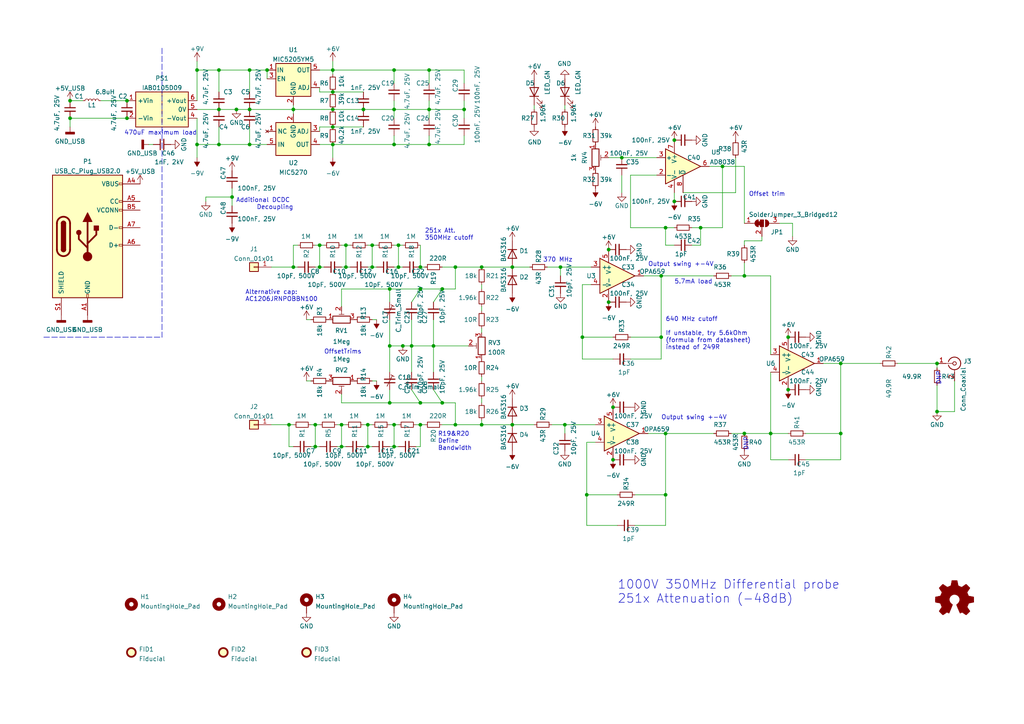
<source format=kicad_sch>
(kicad_sch (version 20211123) (generator eeschema)
  (paper "A4")
  (junction (at 180.34 45.72))
  (junction (at 124.46 20.32))
  (junction (at 114.3 129.54))
  (junction (at 191.77 97.79))
  (junction (at 271.78 105.41))
  (junction (at 193.04 66.04))
  (junction (at 36.83 29.21))
  (junction (at 271.78 119.38))
  (junction (at 96.52 31.75))
  (junction (at 83.82 123.19))
  (junction (at 121.92 123.19))
  (junction (at 168.91 97.79))
  (junction (at 132.08 77.47))
  (junction (at 96.52 36.83))
  (junction (at 121.92 116.84))
  (junction (at 193.04 125.73))
  (junction (at 114.3 20.32))
  (junction (at 132.08 123.19))
  (junction (at 68.58 31.75))
  (junction (at 170.18 143.51))
  (junction (at 162.56 77.47))
  (junction (at 139.7 77.47))
  (junction (at 107.95 77.47))
  (junction (at 176.53 87.63))
  (junction (at 243.84 105.41))
  (junction (at 63.5 20.32))
  (junction (at 106.68 129.54))
  (junction (at 63.5 41.91))
  (junction (at 115.57 71.12))
  (junction (at 114.3 31.75))
  (junction (at 193.04 143.51))
  (junction (at 92.71 77.47))
  (junction (at 99.06 123.19))
  (junction (at 215.9 125.73))
  (junction (at 63.5 31.75))
  (junction (at 113.03 83.82))
  (junction (at 228.6 113.03))
  (junction (at 148.59 123.19))
  (junction (at 209.55 48.26))
  (junction (at 100.33 71.12))
  (junction (at 195.58 58.42))
  (junction (at 243.84 125.73))
  (junction (at 57.15 41.91))
  (junction (at 106.68 123.19))
  (junction (at 223.52 125.73))
  (junction (at 177.8 118.11))
  (junction (at 124.46 31.75))
  (junction (at 121.92 77.47))
  (junction (at 107.95 71.12))
  (junction (at 195.58 40.64))
  (junction (at 72.39 31.75))
  (junction (at 85.09 77.47))
  (junction (at 20.32 29.21))
  (junction (at 128.27 116.84))
  (junction (at 91.44 129.54))
  (junction (at 115.57 77.47))
  (junction (at 67.31 57.15))
  (junction (at 96.52 26.67))
  (junction (at 116.84 100.33))
  (junction (at 176.53 72.39))
  (junction (at 96.52 41.91))
  (junction (at 121.92 83.82))
  (junction (at 139.7 123.19))
  (junction (at 134.62 31.75))
  (junction (at 177.8 133.35))
  (junction (at 124.46 41.91))
  (junction (at 100.33 77.47))
  (junction (at 148.59 77.47))
  (junction (at 92.71 71.12))
  (junction (at 119.38 100.33))
  (junction (at 20.32 34.29))
  (junction (at 96.52 20.32))
  (junction (at 215.9 80.01))
  (junction (at 114.3 41.91))
  (junction (at 191.77 80.01))
  (junction (at 203.2 66.04))
  (junction (at 36.83 34.29))
  (junction (at 105.41 31.75))
  (junction (at 57.15 20.32))
  (junction (at 72.39 41.91))
  (junction (at 72.39 20.32))
  (junction (at 228.6 97.79))
  (junction (at 128.27 83.82))
  (junction (at 114.3 123.19))
  (junction (at 99.06 129.54))
  (junction (at 113.03 100.33))
  (junction (at 163.83 123.19))
  (junction (at 125.73 100.33))
  (junction (at 77.47 20.32))
  (junction (at 85.09 31.75))
  (junction (at 113.03 116.84))
  (junction (at 91.44 123.19))
  (wire (pts (xy 125.73 100.33) (xy 125.73 107.95)))
  (wire (pts (xy 57.15 29.21) (xy 57.15 20.32)))
  (wire (pts (xy 233.68 133.35) (xy 243.84 133.35)))
  (wire (pts (xy 193.04 66.04) (xy 195.58 66.04)))
  (wire (pts (xy 215.9 69.85) (xy 215.9 71.12)))
  (wire (pts (xy 134.62 39.37) (xy 134.62 41.91)))
  (wire (pts (xy 170.18 152.4) (xy 170.18 143.51)))
  (wire (pts (xy 134.62 29.21) (xy 134.62 31.75)))
  (wire (pts (xy 163.83 123.19) (xy 172.72 123.19)))
  (wire (pts (xy 226.06 64.77) (xy 229.87 64.77)))
  (wire (pts (xy 162.56 77.47) (xy 162.56 80.01)))
  (wire (pts (xy 134.62 24.13) (xy 134.62 20.32)))
  (wire (pts (xy 191.77 97.79) (xy 191.77 80.01)))
  (wire (pts (xy 260.35 105.41) (xy 271.78 105.41)))
  (wire (pts (xy 92.71 41.91) (xy 96.52 41.91)))
  (wire (pts (xy 220.98 69.85) (xy 220.98 68.58)))
  (wire (pts (xy 113.03 129.54) (xy 114.3 129.54)))
  (wire (pts (xy 115.57 71.12) (xy 116.84 71.12)))
  (wire (pts (xy 114.3 77.47) (xy 115.57 77.47)))
  (wire (pts (xy 83.82 123.19) (xy 83.82 129.54)))
  (wire (pts (xy 215.9 80.01) (xy 223.52 80.01)))
  (wire (pts (xy 215.9 125.73) (xy 223.52 125.73)))
  (wire (pts (xy 85.09 77.47) (xy 86.36 77.47)))
  (wire (pts (xy 72.39 41.91) (xy 72.39 36.83)))
  (wire (pts (xy 109.22 110.49) (xy 107.95 110.49)))
  (wire (pts (xy 223.52 125.73) (xy 228.6 125.73)))
  (wire (pts (xy 78.74 77.47) (xy 85.09 77.47)))
  (wire (pts (xy 200.66 71.12) (xy 203.2 71.12)))
  (wire (pts (xy 90.17 123.19) (xy 91.44 123.19)))
  (wire (pts (xy 83.82 123.19) (xy 85.09 123.19)))
  (wire (pts (xy 125.73 92.71) (xy 125.73 100.33)))
  (wire (pts (xy 195.58 55.88) (xy 195.58 58.42)))
  (wire (pts (xy 203.2 66.04) (xy 209.55 66.04)))
  (wire (pts (xy 114.3 123.19) (xy 114.3 129.54)))
  (wire (pts (xy 124.46 31.75) (xy 124.46 34.29)))
  (wire (pts (xy 88.9 92.71) (xy 90.17 92.71)))
  (wire (pts (xy 91.44 123.19) (xy 92.71 123.19)))
  (wire (pts (xy 107.95 92.71) (xy 109.22 92.71)))
  (wire (pts (xy 100.33 71.12) (xy 100.33 77.47)))
  (wire (pts (xy 121.92 83.82) (xy 119.38 87.63)))
  (wire (pts (xy 96.52 41.91) (xy 96.52 45.72)))
  (wire (pts (xy 113.03 123.19) (xy 114.3 123.19)))
  (wire (pts (xy 121.92 116.84) (xy 128.27 116.84)))
  (wire (pts (xy 191.77 80.01) (xy 186.69 80.01)))
  (wire (pts (xy 72.39 41.91) (xy 77.47 41.91)))
  (wire (pts (xy 91.44 71.12) (xy 92.71 71.12)))
  (wire (pts (xy 170.18 128.27) (xy 170.18 143.51)))
  (wire (pts (xy 77.47 20.32) (xy 77.47 22.86)))
  (wire (pts (xy 184.15 143.51) (xy 193.04 143.51)))
  (wire (pts (xy 114.3 29.21) (xy 114.3 31.75)))
  (wire (pts (xy 229.87 64.77) (xy 229.87 68.58)))
  (wire (pts (xy 148.59 77.47) (xy 153.67 77.47)))
  (wire (pts (xy 124.46 29.21) (xy 124.46 31.75)))
  (wire (pts (xy 200.66 66.04) (xy 203.2 66.04)))
  (wire (pts (xy 85.09 30.48) (xy 85.09 31.75)))
  (wire (pts (xy 91.44 129.54) (xy 92.71 129.54)))
  (wire (pts (xy 124.46 41.91) (xy 114.3 41.91)))
  (wire (pts (xy 57.15 31.75) (xy 63.5 31.75)))
  (wire (pts (xy 96.52 20.32) (xy 96.52 21.59)))
  (wire (pts (xy 90.17 129.54) (xy 91.44 129.54)))
  (wire (pts (xy 132.08 83.82) (xy 132.08 77.47)))
  (wire (pts (xy 193.04 125.73) (xy 207.01 125.73)))
  (wire (pts (xy 92.71 36.83) (xy 92.71 38.1)))
  (wire (pts (xy 57.15 45.72) (xy 57.15 41.91)))
  (wire (pts (xy 116.84 100.33) (xy 119.38 100.33)))
  (wire (pts (xy 20.32 34.29) (xy 36.83 34.29)))
  (wire (pts (xy 124.46 24.13) (xy 124.46 20.32)))
  (wire (pts (xy 120.65 123.19) (xy 121.92 123.19)))
  (wire (pts (xy 115.57 71.12) (xy 115.57 77.47)))
  (wire (pts (xy 124.46 20.32) (xy 114.3 20.32)))
  (wire (pts (xy 125.73 113.03) (xy 128.27 116.84)))
  (wire (pts (xy 139.7 123.19) (xy 139.7 121.92)))
  (wire (pts (xy 113.03 92.71) (xy 113.03 100.33)))
  (wire (pts (xy 213.36 45.72) (xy 213.36 55.88)))
  (wire (pts (xy 92.71 26.67) (xy 92.71 25.4)))
  (wire (pts (xy 163.83 30.48) (xy 163.83 31.75)))
  (wire (pts (xy 209.55 48.26) (xy 215.9 48.26)))
  (wire (pts (xy 223.52 133.35) (xy 223.52 125.73)))
  (wire (pts (xy 96.52 36.83) (xy 92.71 36.83)))
  (wire (pts (xy 191.77 104.14) (xy 191.77 97.79)))
  (wire (pts (xy 106.68 123.19) (xy 107.95 123.19)))
  (wire (pts (xy 43.18 41.91) (xy 44.45 41.91)))
  (wire (pts (xy 20.32 29.21) (xy 24.13 29.21)))
  (wire (pts (xy 195.58 71.12) (xy 193.04 71.12)))
  (wire (pts (xy 223.52 125.73) (xy 223.52 107.95)))
  (wire (pts (xy 134.62 20.32) (xy 124.46 20.32)))
  (wire (pts (xy 114.3 129.54) (xy 115.57 129.54)))
  (wire (pts (xy 68.58 31.75) (xy 72.39 31.75)))
  (wire (pts (xy 177.8 104.14) (xy 168.91 104.14)))
  (wire (pts (xy 182.88 66.04) (xy 193.04 66.04)))
  (wire (pts (xy 154.94 30.48) (xy 154.94 31.75)))
  (wire (pts (xy 139.7 77.47) (xy 148.59 77.47)))
  (wire (pts (xy 223.52 80.01) (xy 223.52 102.87)))
  (wire (pts (xy 59.69 58.42) (xy 59.69 57.15)))
  (wire (pts (xy 105.41 31.75) (xy 114.3 31.75)))
  (wire (pts (xy 228.6 133.35) (xy 223.52 133.35)))
  (wire (pts (xy 96.52 36.83) (xy 105.41 36.83)))
  (wire (pts (xy 243.84 105.41) (xy 238.76 105.41)))
  (wire (pts (xy 92.71 71.12) (xy 93.98 71.12)))
  (wire (pts (xy 139.7 123.19) (xy 148.59 123.19)))
  (wire (pts (xy 125.73 100.33) (xy 135.89 100.33)))
  (wire (pts (xy 215.9 76.2) (xy 215.9 80.01)))
  (wire (pts (xy 96.52 26.67) (xy 92.71 26.67)))
  (wire (pts (xy 100.33 77.47) (xy 101.6 77.47)))
  (wire (pts (xy 160.02 123.19) (xy 163.83 123.19)))
  (wire (pts (xy 139.7 110.49) (xy 139.7 109.22)))
  (wire (pts (xy 63.5 20.32) (xy 72.39 20.32)))
  (wire (pts (xy 191.77 80.01) (xy 207.01 80.01)))
  (wire (pts (xy 128.27 116.84) (xy 132.08 116.84)))
  (wire (pts (xy 193.04 143.51) (xy 193.04 125.73)))
  (wire (pts (xy 128.27 83.82) (xy 125.73 87.63)))
  (wire (pts (xy 172.72 128.27) (xy 170.18 128.27)))
  (wire (pts (xy 179.07 152.4) (xy 170.18 152.4)))
  (wire (pts (xy 171.45 82.55) (xy 168.91 82.55)))
  (wire (pts (xy 85.09 71.12) (xy 86.36 71.12)))
  (wire (pts (xy 100.33 71.12) (xy 101.6 71.12)))
  (polyline (pts (xy 12.7 97.79) (xy 46.99 97.79)))
  (wire (pts (xy 114.3 123.19) (xy 115.57 123.19)))
  (wire (pts (xy 233.68 125.73) (xy 243.84 125.73)))
  (wire (pts (xy 57.15 41.91) (xy 63.5 41.91)))
  (wire (pts (xy 139.7 116.84) (xy 139.7 115.57)))
  (wire (pts (xy 96.52 20.32) (xy 114.3 20.32)))
  (wire (pts (xy 139.7 95.25) (xy 139.7 96.52)))
  (wire (pts (xy 209.55 66.04) (xy 209.55 48.26)))
  (wire (pts (xy 63.5 36.83) (xy 63.5 41.91)))
  (polyline (pts (xy 46.99 13.97) (xy 46.99 97.79)))
  (wire (pts (xy 78.74 123.19) (xy 83.82 123.19)))
  (wire (pts (xy 85.09 31.75) (xy 96.52 31.75)))
  (wire (pts (xy 124.46 31.75) (xy 134.62 31.75)))
  (wire (pts (xy 57.15 17.78) (xy 57.15 20.32)))
  (wire (pts (xy 113.03 113.03) (xy 113.03 116.84)))
  (wire (pts (xy 163.83 123.19) (xy 163.83 125.73)))
  (wire (pts (xy 83.82 129.54) (xy 85.09 129.54)))
  (wire (pts (xy 105.41 123.19) (xy 106.68 123.19)))
  (wire (pts (xy 72.39 20.32) (xy 77.47 20.32)))
  (wire (pts (xy 124.46 39.37) (xy 124.46 41.91)))
  (wire (pts (xy 57.15 20.32) (xy 63.5 20.32)))
  (wire (pts (xy 205.74 48.26) (xy 209.55 48.26)))
  (wire (pts (xy 139.7 88.9) (xy 139.7 90.17)))
  (wire (pts (xy 92.71 71.12) (xy 92.71 77.47)))
  (wire (pts (xy 182.88 97.79) (xy 191.77 97.79)))
  (wire (pts (xy 114.3 24.13) (xy 114.3 20.32)))
  (wire (pts (xy 120.65 129.54) (xy 121.92 129.54)))
  (wire (pts (xy 128.27 83.82) (xy 132.08 83.82)))
  (wire (pts (xy 96.52 31.75) (xy 105.41 31.75)))
  (wire (pts (xy 114.3 71.12) (xy 115.57 71.12)))
  (wire (pts (xy 128.27 123.19) (xy 132.08 123.19)))
  (wire (pts (xy 134.62 31.75) (xy 134.62 34.29)))
  (wire (pts (xy 85.09 31.75) (xy 85.09 33.02)))
  (wire (pts (xy 63.5 41.91) (xy 72.39 41.91)))
  (wire (pts (xy 168.91 82.55) (xy 168.91 97.79)))
  (wire (pts (xy 113.03 100.33) (xy 116.84 100.33)))
  (wire (pts (xy 168.91 97.79) (xy 177.8 97.79)))
  (wire (pts (xy 99.06 123.19) (xy 99.06 129.54)))
  (wire (pts (xy 97.79 129.54) (xy 99.06 129.54)))
  (wire (pts (xy 72.39 20.32) (xy 72.39 26.67)))
  (wire (pts (xy 99.06 71.12) (xy 100.33 71.12)))
  (wire (pts (xy 134.62 41.91) (xy 124.46 41.91)))
  (wire (pts (xy 63.5 20.32) (xy 63.5 26.67)))
  (wire (pts (xy 193.04 71.12) (xy 193.04 66.04)))
  (wire (pts (xy 113.03 83.82) (xy 113.03 87.63)))
  (wire (pts (xy 99.06 129.54) (xy 100.33 129.54)))
  (wire (pts (xy 57.15 34.29) (xy 57.15 41.91)))
  (wire (pts (xy 212.09 125.73) (xy 215.9 125.73)))
  (wire (pts (xy 212.09 80.01) (xy 215.9 80.01)))
  (wire (pts (xy 132.08 116.84) (xy 132.08 123.19)))
  (wire (pts (xy 182.88 104.14) (xy 191.77 104.14)))
  (wire (pts (xy 91.44 77.47) (xy 92.71 77.47)))
  (wire (pts (xy 59.69 57.15) (xy 67.31 57.15)))
  (wire (pts (xy 243.84 105.41) (xy 255.27 105.41)))
  (wire (pts (xy 114.3 39.37) (xy 114.3 41.91)))
  (wire (pts (xy 63.5 31.75) (xy 68.58 31.75)))
  (wire (pts (xy 198.12 55.88) (xy 213.36 55.88)))
  (wire (pts (xy 243.84 125.73) (xy 243.84 105.41)))
  (wire (pts (xy 97.79 123.19) (xy 99.06 123.19)))
  (wire (pts (xy 105.41 129.54) (xy 106.68 129.54)))
  (wire (pts (xy 67.31 57.15) (xy 67.31 54.61)))
  (wire (pts (xy 132.08 123.19) (xy 139.7 123.19)))
  (wire (pts (xy 67.31 57.15) (xy 67.31 59.69)))
  (wire (pts (xy 99.06 116.84) (xy 113.03 116.84)))
  (wire (pts (xy 119.38 92.71) (xy 119.38 100.33)))
  (wire (pts (xy 96.52 17.78) (xy 96.52 20.32)))
  (wire (pts (xy 190.5 50.8) (xy 182.88 50.8)))
  (wire (pts (xy 107.95 71.12) (xy 107.95 77.47)))
  (wire (pts (xy 121.92 71.12) (xy 121.92 77.47)))
  (wire (pts (xy 176.53 45.72) (xy 180.34 45.72)))
  (wire (pts (xy 115.57 77.47) (xy 116.84 77.47)))
  (wire (pts (xy 220.98 69.85) (xy 215.9 69.85)))
  (wire (pts (xy 162.56 77.47) (xy 171.45 77.47)))
  (wire (pts (xy 170.18 143.51) (xy 179.07 143.51)))
  (wire (pts (xy 99.06 114.3) (xy 99.06 116.84)))
  (wire (pts (xy 113.03 100.33) (xy 113.03 107.95)))
  (wire (pts (xy 20.32 36.83) (xy 20.32 34.29)))
  (wire (pts (xy 121.92 83.82) (xy 128.27 83.82)))
  (wire (pts (xy 148.59 123.19) (xy 154.94 123.19)))
  (wire (pts (xy 85.09 71.12) (xy 85.09 77.47)))
  (wire (pts (xy 193.04 125.73) (xy 187.96 125.73)))
  (wire (pts (xy 91.44 123.19) (xy 91.44 129.54)))
  (wire (pts (xy 90.17 110.49) (xy 88.9 110.49)))
  (wire (pts (xy 29.21 29.21) (xy 36.83 29.21)))
  (wire (pts (xy 107.95 71.12) (xy 109.22 71.12)))
  (wire (pts (xy 180.34 55.88) (xy 180.34 50.8)))
  (wire (pts (xy 121.92 77.47) (xy 123.19 77.47)))
  (wire (pts (xy 168.91 104.14) (xy 168.91 97.79)))
  (wire (pts (xy 180.34 45.72) (xy 190.5 45.72)))
  (wire (pts (xy 72.39 31.75) (xy 85.09 31.75)))
  (wire (pts (xy 139.7 82.55) (xy 139.7 83.82)))
  (wire (pts (xy 114.3 31.75) (xy 114.3 34.29)))
  (wire (pts (xy 203.2 71.12) (xy 203.2 66.04)))
  (wire (pts (xy 121.92 123.19) (xy 123.19 123.19)))
  (wire (pts (xy 124.46 31.75) (xy 114.3 31.75)))
  (wire (pts (xy 96.52 26.67) (xy 105.41 26.67)))
  (wire (pts (xy 106.68 77.47) (xy 107.95 77.47)))
  (wire (pts (xy 271.78 111.76) (xy 271.78 119.38)))
  (wire (pts (xy 113.03 116.84) (xy 121.92 116.84)))
  (wire (pts (xy 99.06 88.9) (xy 99.06 83.82)))
  (wire (pts (xy 121.92 129.54) (xy 121.92 123.19)))
  (wire (pts (xy 132.08 77.47) (xy 139.7 77.47)))
  (wire (pts (xy 106.68 123.19) (xy 106.68 129.54)))
  (wire (pts (xy 276.86 119.38) (xy 271.78 119.38)))
  (wire (pts (xy 128.27 77.47) (xy 132.08 77.47)))
  (wire (pts (xy 92.71 20.32) (xy 96.52 20.32)))
  (wire (pts (xy 106.68 71.12) (xy 107.95 71.12)))
  (wire (pts (xy 243.84 133.35) (xy 243.84 125.73)))
  (wire (pts (xy 271.78 106.68) (xy 271.78 105.41)))
  (wire (pts (xy 113.03 83.82) (xy 121.92 83.82)))
  (wire (pts (xy 158.75 77.47) (xy 162.56 77.47)))
  (wire (pts (xy 276.86 110.49) (xy 276.86 119.38)))
  (wire (pts (xy 99.06 77.47) (xy 100.33 77.47)))
  (wire (pts (xy 184.15 152.4) (xy 193.04 152.4)))
  (wire (pts (xy 106.68 129.54) (xy 107.95 129.54)))
  (wire (pts (xy 92.71 77.47) (xy 93.98 77.47)))
  (wire (pts (xy 182.88 50.8) (xy 182.88 66.04)))
  (wire (pts (xy 96.52 41.91) (xy 114.3 41.91)))
  (wire (pts (xy 193.04 152.4) (xy 193.04 143.51)))
  (wire (pts (xy 119.38 100.33) (xy 125.73 100.33)))
  (wire (pts (xy 99.06 83.82) (xy 113.03 83.82)))
  (wire (pts (xy 119.38 100.33) (xy 119.38 107.95)))
  (wire (pts (xy 107.95 77.47) (xy 109.22 77.47)))
  (wire (pts (xy 119.38 113.03) (xy 121.92 116.84)))
  (wire (pts (xy 215.9 48.26) (xy 215.9 64.77)))
  (wire (pts (xy 99.06 123.19) (xy 100.33 123.19)))
  (text "370 MHz" (at 157.48 76.2 0) (effects (font (size 1.27 1.27)) (justify left bottom)))
  (text "470uF maximum load" (at 57.15 39.37 180) (effects (font (size 1.27 1.27)) (justify right bottom)))
  (text "R19&R20\nDefine\nBandwidth" (at 127 130.81 0) (effects (font (size 1.27 1.27)) (justify left bottom)))
  (text "DNP" (at 217.17 130.81 90) (effects (font (size 1.27 1.27)) (justify left bottom)))
  (text "Offset trim" (at 217.17 57.15 0) (effects (font (size 1.27 1.27)) (justify left bottom)))
  (text "1000V 350MHz Differential probe\n251x Attenuation (-48dB)" (at 179.07 175.26 0) (effects (font (size 2.54 2.54)) (justify left bottom)))
  (text "5.7mA load" (at 195.58 82.55 0) (effects (font (size 1.27 1.27)) (justify left bottom)))
  (text "DNP" (at 273.05 111.76 90) (effects (font (size 1.27 1.27)) (justify left bottom)))
  (text "Additional DCDC \nDecoupling" (at 85.09 60.96 180) (effects (font (size 1.27 1.27)) (justify right bottom)))
  (text "Alternative cap:\nAC1206JRNPOBBN100" (at 71.12 87.63 0) (effects (font (size 1.27 1.27)) (justify left bottom)))
  (text "Output swing +-4V" (at 191.77 121.92 0) (effects (font (size 1.27 1.27)) (justify left bottom)))
  (text "Output swing +-4V" (at 187.96 77.47 0) (effects (font (size 1.27 1.27)) (justify left bottom)))
  (text "640 MHz cutoff\n\nIf unstable, try 5.6kOhm\n(formula from datasheet)\ninstead of 249R" (at 193.04 101.6 0) (effects (font (size 1.27 1.27)) (justify left bottom)))
  (text "251x Att.\n350MHz cutoff" (at 123.19 69.85 0) (effects (font (size 1.27 1.27)) (justify left bottom)))
  (text "OffsetTrims" (at 93.98 102.87 0) (effects (font (size 1.27 1.27)) (justify left bottom)))
  (symbol (lib_id "Device:C_Small") (at 46.99 41.91 90) (unit 1)
    (property "Reference" "C46" (at 50.8 44.45 90) (effects (justify left)))
    (property "Value" "1nF, 2kV" (at 53.34 46.99 90) (effects (justify left)))
    (property "Footprint" "Capacitor_SMD:C_1812_4532Metric_Pad1.57x3.40mm_HandSolder" (effects hide))
    (property "Manufacturer Part Number" "VJ2008Y102KXUSTX1" (effects hide))
  )
  (symbol (lib_id "Device:R_Small") (at 96.52 39.37 0) (unit 1)
    (property "Reference" "R9" (at 92.71 39.37 0) (effects (justify left)))
    (property "Value" "40.2k" (at 99.06 41.91 90) (effects (justify left)))
    (property "Footprint" "Resistor_SMD:R_0603_1608Metric" (effects hide))
    (property "Manufacturer Part Number" "CR0603-FX-1501ELF" (effects hide))
  )
  (symbol (lib_id "Device:R_Small") (at 139.7 113.03 180) (unit 1)
    (property "Reference" "R25" (at 144.78 113.03 0) (effects (justify left)))
    (property "Value" "1.96k" (at 138.43 113.03 0) (effects (justify left)))
    (property "Footprint" "Resistor_SMD:R_0603_1608Metric" (effects hide))
    (property "Manufacturer Part Number" "CR0603-FX-1961ELF" (effects hide))
  )
  (symbol (lib_id "power:GND") (at 114.3 177.8 0) (unit 1)
    (property "Reference" "#PWR0103" (effects hide))
    (property "Value" "GND" (at 114.3 181.61 0))
  )
  (symbol (lib_id "Device:R_Small") (at 96.52 29.21 0) (unit 1)
    (property "Reference" "R7" (at 92.71 29.21 0) (effects (justify left)))
    (property "Value" "39k" (at 99.06 30.48 90) (effects (justify left)))
    (property "Footprint" "Resistor_SMD:R_0603_1608Metric" (effects hide))
    (property "Manufacturer Part Number" "CR0603-FX-3902ELF" (effects hide))
  )
  (symbol (lib_id "Device:C_Trim_Small") (at 113.03 90.17 0) (unit 1)
    (property "Reference" "C17" (at 111.76 93.98 90) (effects (justify left)))
    (property "Value" "C_Trim_Small" (at 115.57 96.52 90) (effects (justify left)))
    (property "Footprint" "Capacitor_SMD:C_Trimmer_Voltronics_JZ" (effects hide))
    (property "Manufacturer Part Number" "JZ400" (effects hide))
  )
  (symbol (lib_id "power:+6V") (at 213.36 40.64 0) (unit 1)
    (property "Reference" "#PWR041" (effects hide))
    (property "Value" "+6V" (at 213.36 37.0355 0))
  )
  (symbol (lib_id "Mechanical:MountingHole") (at 63.5 175.26 0) (unit 1)
    (property "Reference" "H2" (at 66.04 173.0815 0) (effects (justify left)))
    (property "Value" "MountingHole_Pad" (at 66.04 175.8566 0) (effects (justify left)))
    (property "Footprint" "MountingHole:MountingHole_3.2mm_M3" (effects hide))
  )
  (symbol (lib_id "Device:R_Potentiometer_Trim") (at 99.06 110.49 270) (unit 1)
    (property "Reference" "RV2" (at 99.06 107.3245 90))
    (property "Value" "1Meg" (at 99.06 104.14 90))
    (property "Footprint" "Potentiometer_SMD:Potentiometer_Bourns_3314G_Vertical" (effects hide))
    (property "Manufacturer Part Number" "TC33X-2-105G" (effects hide))
  )
  (symbol (lib_id "Device:C_Small") (at 179.07 72.39 90) (unit 1)
    (property "Reference" "C33" (at 184.15 77.47 90) (effects (justify left)))
    (property "Value" "100nF, 25V" (at 187.96 74.93 90) (effects (justify left)))
    (property "Footprint" "Capacitor_SMD:C_0603_1608Metric" (effects hide))
    (property "Manufacturer Part Number" "CC0603MRX7R8BB104" (effects hide))
  )
  (symbol (lib_id "Device:R_Small") (at 95.25 123.19 90) (unit 1)
    (property "Reference" "R5" (at 95.25 127 0) (effects (justify left)))
    (property "Value" "1M" (at 96.52 120.65 90) (effects (justify left)))
    (property "Footprint" "Resistor_SMD:R_1206_3216Metric" (effects hide))
    (property "Manufacturer Part Number" "KTR18EZPF1004" (effects hide))
  )
  (symbol (lib_id "power:GND") (at 49.53 41.91 90) (unit 1)
    (property "Reference" "#PWR0106" (effects hide))
    (property "Value" "GND" (at 53.34 41.91 0))
  )
  (symbol (lib_id "Diode:BAS316") (at 148.59 127 270) (unit 1)
    (property "Reference" "D4" (at 150.622 126.0915 90) (effects (justify left)))
    (property "Value" "BAS316" (at 146.05 123.19 0) (effects (justify left)))
    (property "Footprint" "Diode_SMD:D_SOD-323" (effects hide))
    (property "Datasheet" "https://assets.nexperia.com/documents/data-sheet/BAS16_SER.pdf" (effects hide))
    (property "Manufacturer Part Number" "BAS316,135" (effects hide))
  )
  (symbol (lib_id "Device:R_Small") (at 110.49 123.19 90) (unit 1)
    (property "Reference" "R15" (at 110.49 127 0) (effects (justify left)))
    (property "Value" "1M" (at 111.76 120.65 90) (effects (justify left)))
    (property "Footprint" "Resistor_SMD:R_1206_3216Metric" (effects hide))
    (property "Manufacturer Part Number" "KTR18EZPF1004" (effects hide))
  )
  (symbol (lib_id "Mechanical:Fiducial") (at 38.1 189.23 0) (unit 1)
    (property "Reference" "FID1" (at 40.259 188.3215 0) (effects (justify left)))
    (property "Value" "Fiducial" (at 40.259 191.0966 0) (effects (justify left)))
    (property "Footprint" "Fiducial:Fiducial_0.5mm_Mask1mm" (effects hide))
  )
  (symbol (lib_id "Device:C_Small") (at 110.49 129.54 90) (unit 1)
    (property "Reference" "C15" (at 114.3 130.81 90) (effects (justify left)))
    (property "Value" "10pF, 500V" (at 114.3 134.62 90) (effects (justify left)))
    (property "Footprint" "Capacitor_SMD:C_1206_3216Metric" (effects hide))
    (property "Manufacturer Part Number" "1206N100G501CT" (effects hide))
  )
  (symbol (lib_id "Connector:Conn_Coaxial") (at 276.86 105.41 0) (unit 1)
    (property "Reference" "J3" (at 279.4 104.7947 0) (effects (justify left)))
    (property "Value" "Conn_Coaxial" (at 279.4 119.38 90) (effects (justify left)))
    (property "Footprint" "FER_ZESA_FP:BNC_MOLEX_73100-0154_Horizontal" (effects hide))
    (property "Datasheet" " ~" (effects hide))
    (property "Manufacturer Part Number" "73100-0154" (effects hide))
  )
  (symbol (lib_id "power:GND") (at 88.9 177.8 0) (unit 1)
    (property "Reference" "#PWR0104" (effects hide))
    (property "Value" "GND" (at 88.9 181.61 0))
  )
  (symbol (lib_id "FER_ZESA_SY:+5V_USB") (at 20.32 29.21 0) (unit 1)
    (property "Reference" "#PWR02" (effects hide))
    (property "Value" "+5V_USB" (at 20.32 25.6055 0))
  )
  (symbol (lib_id "Device:R_Small") (at 257.81 105.41 90) (unit 1)
    (property "Reference" "R42" (at 257.81 104.14 0) (effects (justify left)))
    (property "Value" "49.9R" (at 257.81 115.57 0) (effects (justify left)))
    (property "Footprint" "Resistor_SMD:R_0603_1608Metric" (effects hide))
    (property "Manufacturer Part Number" "CR0603-FX-43R0ELF" (effects hide))
  )
  (symbol (lib_id "Device:C_Trim_Small") (at 113.03 110.49 0) (unit 1)
    (property "Reference" "C18" (at 115.3414 109.4545 0) (effects (justify left)))
    (property "Value" "C_Trim_Small" (at 115.3414 112.2296 0) (effects (justify left)))
    (property "Footprint" "Capacitor_SMD:C_Trimmer_Voltronics_JZ" (effects hide))
    (property "Manufacturer Part Number" "JZ400" (effects hide))
  )
  (symbol (lib_id "Device:C_Small") (at 198.12 71.12 90) (unit 1)
    (property "Reference" "C42" (at 203.2 69.85 90) (effects (justify left)))
    (property "Value" "1pF" (at 199.39 73.66 90) (effects (justify left)))
    (property "Footprint" "Capacitor_SMD:C_0603_1608Metric" (effects hide))
    (property "Manufacturer Part Number" "06033A1R0CAT2A" (effects hide))
  )
  (symbol (lib_id "power:+6V") (at 154.94 22.86 0) (unit 1)
    (property "Reference" "#PWR020" (effects hide))
    (property "Value" "+6V" (at 154.94 19.2555 0))
  )
  (symbol (lib_id "power:GND") (at 116.84 100.33 0) (unit 1)
    (property "Reference" "#PWR015" (effects hide))
    (property "Value" "GND" (at 116.84 104.14 0))
  )
  (symbol (lib_id "power:GND") (at 68.58 31.75 0) (unit 1)
    (property "Reference" "#PWR08" (effects hide))
    (property "Value" "GND" (at 68.58 35.56 0))
  )
  (symbol (lib_id "Mechanical:MountingHole_Pad") (at 114.3 175.26 0) (unit 1)
    (property "Reference" "H4" (at 116.84 173.0815 0) (effects (justify left)))
    (property "Value" "MountingHole_Pad" (at 116.84 175.8566 0) (effects (justify left)))
    (property "Footprint" "MountingHole:MountingHole_3.2mm_M3_Pad_Via" (effects hide))
  )
  (symbol (lib_id "Device:R_Small") (at 125.73 77.47 270) (unit 1)
    (property "Reference" "R19" (at 125.73 78.74 0) (effects (justify left)))
    (property "Value" "220R" (at 124.46 74.93 90) (effects (justify left)))
    (property "Footprint" "Resistor_SMD:R_0603_1608Metric" (effects hide))
    (property "Manufacturer Part Number" "ERJ-PA3F2200V" (effects hide))
  )
  (symbol (lib_id "power:-6V") (at 176.53 87.63 180) (unit 1)
    (property "Reference" "#PWR029" (effects hide))
    (property "Value" "-6V" (at 176.53 92.1925 0))
  )
  (symbol (lib_id "Device:C_Small") (at 118.11 129.54 90) (unit 1)
    (property "Reference" "C21" (at 121.92 130.81 90) (effects (justify left)))
    (property "Value" "10pF, 500V" (at 120.65 132.08 90) (effects (justify left)))
    (property "Footprint" "Capacitor_SMD:C_1206_3216Metric" (effects hide))
    (property "Manufacturer Part Number" "1206N100G501CT" (effects hide))
  )
  (symbol (lib_id "power:+6V") (at 88.9 110.49 0) (unit 1)
    (property "Reference" "#PWR010" (effects hide))
    (property "Value" "+6V" (at 88.9 106.8855 0))
  )
  (symbol (lib_id "Device:C_Small") (at 63.5 34.29 0) (unit 1)
    (property "Reference" "C4" (at 63.5 36.83 0) (effects (justify left)))
    (property "Value" "4.7uF, 25V" (at 59.69 43.18 90) (effects (justify left)))
    (property "Footprint" "Capacitor_SMD:C_0805_2012Metric" (effects hide))
    (property "Manufacturer Part Number" "TMK212BBJ475KGHT" (effects hide))
  )
  (symbol (lib_id "power:-6V") (at 109.22 92.71 180) (unit 1)
    (property "Reference" "#PWR013" (effects hide))
    (property "Value" "-6V" (at 109.22 97.2725 0))
  )
  (symbol (lib_id "Device:C_Small") (at 181.61 152.4 90) (unit 1)
    (property "Reference" "C39" (at 185.42 153.67 90) (effects (justify left)))
    (property "Value" "1pF" (at 184.15 156.21 90) (effects (justify left)))
    (property "Footprint" "Capacitor_SMD:C_0603_1608Metric" (effects hide))
    (property "Manufacturer Part Number" "06033A1R0CAT2A" (effects hide))
  )
  (symbol (lib_id "Mechanical:Fiducial") (at 64.77 189.23 0) (unit 1)
    (property "Reference" "FID2" (at 66.929 188.3215 0) (effects (justify left)))
    (property "Value" "Fiducial" (at 66.929 191.0966 0) (effects (justify left)))
    (property "Footprint" "Fiducial:Fiducial_0.5mm_Mask1mm" (effects hide))
  )
  (symbol (lib_id "power:+6V") (at 148.59 69.85 0) (unit 1)
    (property "Reference" "#PWR016" (effects hide))
    (property "Value" "+6V" (at 148.59 66.2455 0))
  )
  (symbol (lib_id "FER_ZESA_SY:+5V_USB") (at 40.64 53.34 0) (unit 1)
    (property "Reference" "#PWR05" (effects hide))
    (property "Value" "+5V_USB" (at 40.64 49.7355 0))
  )
  (symbol (lib_id "Diode:BAS316") (at 148.59 81.28 270) (unit 1)
    (property "Reference" "D2" (at 150.622 80.3715 90) (effects (justify left)))
    (property "Value" "BAS316" (at 146.05 77.47 0) (effects (justify left)))
    (property "Footprint" "Diode_SMD:D_SOD-323" (effects hide))
    (property "Datasheet" "https://assets.nexperia.com/documents/data-sheet/BAS16_SER.pdf" (effects hide))
    (property "Manufacturer Part Number" "BAS316,135" (effects hide))
  )
  (symbol (lib_id "power:-6V") (at 195.58 58.42 180) (unit 1)
    (property "Reference" "#PWR038" (effects hide))
    (property "Value" "-6V" (at 195.58 62.9825 0))
  )
  (symbol (lib_id "Device:LED") (at 163.83 26.67 90) (unit 1)
    (property "Reference" "D6" (at 161.29 24.13 90) (effects (justify right)))
    (property "Value" "LED_GN" (at 167.64 20.32 0) (effects (justify right)))
    (property "Footprint" "LED_SMD:LED_0603_1608Metric" (effects hide))
    (property "Manufacturer Part Number" "APT1608SGC" (effects hide))
  )
  (symbol (lib_id "power:GND") (at 233.68 113.03 90) (unit 1)
    (property "Reference" "#PWR047" (effects hide))
    (property "Value" "GND" (at 237.49 113.03 0))
  )
  (symbol (lib_id "Device:C_Small") (at 67.31 62.23 180) (unit 1)
    (property "Reference" "C48" (at 64.77 58.42 90) (effects (justify left)))
    (property "Value" "100nF, 25V" (at 80.01 63.5 0) (effects (justify left)))
    (property "Footprint" "Capacitor_SMD:C_0603_1608Metric" (effects hide))
    (property "Manufacturer Part Number" "CC0603MRX7R8BB104" (effects hide))
  )
  (symbol (lib_id "power:GND") (at 233.68 97.79 90) (unit 1)
    (property "Reference" "#PWR046" (effects hide))
    (property "Value" "GND" (at 237.49 97.79 0))
  )
  (symbol (lib_id "Device:C_Small") (at 162.56 82.55 0) (unit 1)
    (property "Reference" "C31" (at 160.02 86.36 90) (effects (justify left)))
    (property "Value" "10pF, 25V" (at 165.1 86.36 90) (effects (justify left)))
    (property "Footprint" "Capacitor_SMD:C_0603_1608Metric" (effects hide))
    (property "Manufacturer Part Number" "CL03C100DA3GNNC" (effects hide))
  )
  (symbol (lib_id "power:GND") (at 271.78 119.38 0) (unit 1)
    (property "Reference" "#PWR048" (effects hide))
    (property "Value" "GND" (at 271.78 123.19 0))
  )
  (symbol (lib_id "Device:C_Small") (at 119.38 77.47 90) (unit 1)
    (property "Reference" "C22" (at 123.19 78.74 90) (effects (justify left)))
    (property "Value" "10pF, 500V" (at 124.46 80.01 90) (effects (justify left)))
    (property "Footprint" "Capacitor_SMD:C_1206_3216Metric" (effects hide))
    (property "Manufacturer Part Number" "1206N100G501CT" (effects hide))
  )
  (symbol (lib_id "power:-6V") (at 228.6 113.03 180) (unit 1)
    (property "Reference" "#PWR045" (effects hide))
    (property "Value" "-6V" (at 228.6 117.5925 0))
  )
  (symbol (lib_id "power:-6V") (at 96.52 45.72 180) (unit 1)
    (property "Reference" "#PWR012" (effects hide))
    (property "Value" "-6V" (at 96.52 50.2825 0))
  )
  (symbol (lib_id "Device:C_Small") (at 72.39 29.21 0) (unit 1)
    (property "Reference" "C5" (at 69.85 26.67 0) (effects (justify left)))
    (property "Value" "4.7uF, 25V" (at 74.93 30.48 90) (effects (justify left)))
    (property "Footprint" "Capacitor_SMD:C_0805_2012Metric" (effects hide))
    (property "Manufacturer Part Number" "TMK212BBJ475KGHT" (effects hide))
  )
  (symbol (lib_id "Device:R_Small") (at 271.78 109.22 0) (unit 1)
    (property "Reference" "R43" (at 273.05 109.22 0) (effects (justify left)))
    (property "Value" "49.9R" (at 261.62 109.22 0) (effects (justify left)))
    (property "Footprint" "Resistor_SMD:R_0603_1608Metric" (effects hide))
    (property "Manufacturer Part Number" "CR0603-FX-43R0ELF" (effects hide))
  )
  (symbol (lib_id "Device:C_Small") (at 231.14 113.03 90) (unit 1)
    (property "Reference" "C44" (at 236.22 107.95 90) (effects (justify left)))
    (property "Value" "100nF, 25V" (at 240.03 110.49 90) (effects (justify left)))
    (property "Footprint" "Capacitor_SMD:C_0603_1608Metric" (effects hide))
    (property "Manufacturer Part Number" "CC0603MRX7R8BB104" (effects hide))
  )
  (symbol (lib_id "Device:R_Potentiometer_Trim") (at 99.06 92.71 90) (unit 1)
    (property "Reference" "RV1" (at 99.06 95.8755 90))
    (property "Value" "1Meg" (at 99.06 99.06 90))
    (property "Footprint" "Potentiometer_SMD:Potentiometer_Bourns_3314G_Vertical" (effects hide))
    (property "Manufacturer Part Number" "TC33X-2-105G" (effects hide))
  )
  (symbol (lib_id "Device:R_Small") (at 139.7 86.36 180) (unit 1)
    (property "Reference" "R22" (at 144.78 86.36 0) (effects (justify left)))
    (property "Value" "1.96k" (at 138.43 86.36 0) (effects (justify left)))
    (property "Footprint" "Resistor_SMD:R_0603_1608Metric" (effects hide))
    (property "Manufacturer Part Number" "CR0603-FX-1961ELF" (effects hide))
  )
  (symbol (lib_id "Device:R_Potentiometer_Trim") (at 139.7 100.33 180) (unit 1)
    (property "Reference" "RV3" (at 141.478 99.4215 0) (effects (justify right)))
    (property "Value" "100R" (at 141.478 102.1966 0) (effects (justify right)))
    (property "Footprint" "Potentiometer_SMD:Potentiometer_Bourns_3314G_Vertical" (effects hide))
    (property "Manufacturer Part Number" "TC33X-2-101E" (effects hide))
  )
  (symbol (lib_id "Device:R_Small") (at 88.9 71.12 90) (unit 1)
    (property "Reference" "R2" (at 88.9 74.93 0) (effects (justify left)))
    (property "Value" "1M" (at 90.17 68.58 90) (effects (justify left)))
    (property "Footprint" "Resistor_SMD:R_1206_3216Metric" (effects hide))
    (property "Manufacturer Part Number" "KTR18EZPF1004" (effects hide))
  )
  (symbol (lib_id "Device:C_Small") (at 119.38 110.49 0) (unit 1)
    (property "Reference" "C24" (at 118.11 114.3 90) (effects (justify left)))
    (property "Value" "470pF, 25V" (at 121.92 114.3 90) (effects (justify left)))
    (property "Footprint" "Capacitor_SMD:C_0603_1608Metric" (effects hide))
    (property "Manufacturer Part Number" "VJ0603A471GXXCW1BC" (effects hide))
  )
  (symbol (lib_id "FER_ZESA_SY:OPA659") (at 176.53 80.01 0) (unit 1)
    (property "Reference" "U3" (at 171.45 80.01 0))
    (property "Value" "OPA659" (at 189.23 78.74 0))
    (property "Footprint" "Package_TO_SOT_SMD:SOT-23-5" (effects hide))
    (property "Datasheet" "https://www.ti.com/lit/ds/symlink/opa659.pdf?HQS=dis-mous-null-mousermode-dsf-pf-null-wwe&ts=1702166586757&ref_url=https%253A%252F%252Fhr.mouser.com%252F" (effects hide))
    (property "Manufacturer Part Number" "OPA659IDBVT" (effects hide))
  )
  (symbol (lib_id "FER_ZESA_SY:GND_USB") (at 17.78 91.44 0) (unit 1)
    (property "Reference" "#PWR01" (effects hide))
    (property "Value" "GND_USB" (at 17.78 95.6215 0))
  )
  (symbol (lib_id "Device:C_Small") (at 114.3 36.83 0) (unit 1)
    (property "Reference" "C20" (at 110.49 34.29 0) (effects (justify left)))
    (property "Value" "4.7uF, 25V" (at 118.11 43.18 90) (effects (justify left)))
    (property "Footprint" "Capacitor_SMD:C_0805_2012Metric" (effects hide))
    (property "Manufacturer Part Number" "TMK212BBJ475KGHT" (effects hide))
  )
  (symbol (lib_id "Device:LED") (at 154.94 26.67 90) (unit 1)
    (property "Reference" "D5" (at 152.4 24.13 90) (effects (justify right)))
    (property "Value" "LED_GN" (at 158.75 20.32 0) (effects (justify right)))
    (property "Footprint" "LED_SMD:LED_0603_1608Metric" (effects hide))
    (property "Manufacturer Part Number" "APT1608SGC" (effects hide))
  )
  (symbol (lib_id "Device:C_Small") (at 105.41 29.21 0) (unit 1)
    (property "Reference" "C13" (at 100.33 29.21 0) (effects (justify left)))
    (property "Value" "1nF, 25V" (at 101.6 25.4 0) (effects (justify left)))
    (property "Footprint" "Capacitor_SMD:C_0603_1608Metric" (effects hide))
    (property "Manufacturer Part Number" "C0603C102K3RAC" (effects hide))
  )
  (symbol (lib_id "Device:R_Small") (at 139.7 80.01 180) (unit 1)
    (property "Reference" "R21" (at 144.78 80.01 0) (effects (justify left)))
    (property "Value" "18k" (at 138.43 80.01 0) (effects (justify left)))
    (property "Footprint" "Resistor_SMD:R_0603_1608Metric" (effects hide))
    (property "Manufacturer Part Number" "CR0603-FX-1802ELF" (effects hide))
  )
  (symbol (lib_id "FER_ZESA_SY:GND_USB") (at 20.32 36.83 0) (unit 1)
    (property "Reference" "#PWR03" (effects hide))
    (property "Value" "GND_USB" (at 20.32 41.0115 0))
  )
  (symbol (lib_id "power:+6V") (at 177.8 118.11 0) (unit 1)
    (property "Reference" "#PWR030" (effects hide))
    (property "Value" "+6V" (at 177.8 114.5055 0))
  )
  (symbol (lib_id "power:+9V") (at 57.15 17.78 0) (unit 1)
    (property "Reference" "#PWR06" (effects hide))
    (property "Value" "+9V" (at 57.15 14.1755 0))
  )
  (symbol (lib_id "Device:R_Small") (at 105.41 92.71 270) (unit 1)
    (property "Reference" "R13" (at 105.41 88.9 0) (effects (justify left)))
    (property "Value" "18k" (at 105.41 93.98 0) (effects (justify left)))
    (property "Footprint" "Resistor_SMD:R_0603_1608Metric" (effects hide))
    (property "Manufacturer Part Number" "CR0603-FX-1802ELF" (effects hide))
  )
  (symbol (lib_id "Device:R_Small") (at 215.9 73.66 180) (unit 1)
    (property "Reference" "R39" (at 214.63 73.66 0) (effects (justify left)))
    (property "Value" "453R" (at 218.44 71.12 90) (effects (justify left)))
    (property "Footprint" "Resistor_SMD:R_0603_1608Metric" (effects hide))
    (property "Manufacturer Part Number" "CR0603-FX-4530ELF" (effects hide))
  )
  (symbol (lib_id "Device:C_Small") (at 125.73 90.17 0) (unit 1)
    (property "Reference" "C27" (at 123.19 93.98 90) (effects (justify left)))
    (property "Value" "10pF, 25V" (at 128.27 93.98 90) (effects (justify left)))
    (property "Footprint" "Capacitor_SMD:C_0603_1608Metric" (effects hide))
    (property "Manufacturer Part Number" "CL03C100DA3GNNC" (effects hide))
  )
  (symbol (lib_id "power:+6V") (at 195.58 40.64 0) (unit 1)
    (property "Reference" "#PWR037" (effects hide))
    (property "Value" "+6V" (at 195.58 37.0355 0))
  )
  (symbol (lib_id "Diode:BAS316") (at 148.59 119.38 270) (unit 1)
    (property "Reference" "D3" (at 150.622 118.4715 90) (effects (justify left)))
    (property "Value" "BAS316" (at 146.05 114.3 0) (effects (justify left)))
    (property "Footprint" "Diode_SMD:D_SOD-323" (effects hide))
    (property "Datasheet" "https://assets.nexperia.com/documents/data-sheet/BAS16_SER.pdf" (effects hide))
    (property "Manufacturer Part Number" "BAS316,135" (effects hide))
  )
  (symbol (lib_id "Device:R_Small") (at 139.7 119.38 180) (unit 1)
    (property "Reference" "R26" (at 144.78 119.38 0) (effects (justify left)))
    (property "Value" "18k" (at 138.43 119.38 0) (effects (justify left)))
    (property "Footprint" "Resistor_SMD:R_0603_1608Metric" (effects hide))
    (property "Manufacturer Part Number" "CR0603-FX-1802ELF" (effects hide))
  )
  (symbol (lib_id "Device:R_Small") (at 181.61 143.51 90) (unit 1)
    (property "Reference" "R34" (at 181.61 142.24 0) (effects (justify left)))
    (property "Value" "249R" (at 184.15 146.05 90) (effects (justify left)))
    (property "Footprint" "Resistor_SMD:R_0603_1608Metric" (effects hide))
    (property "Manufacturer Part Number" "CR0603-FX-2490ELF" (effects hide))
  )
  (symbol (lib_id "Device:R_Small") (at 215.9 128.27 0) (unit 1)
    (property "Reference" "R40" (at 217.17 128.27 0) (effects (justify left)))
    (property "Value" "453R" (at 213.36 130.81 90) (effects (justify left)))
    (property "Footprint" "Resistor_SMD:R_0603_1608Metric" (effects hide))
    (property "Manufacturer Part Number" "CR0603-FX-4530ELF" (effects hide))
  )
  (symbol (lib_id "Device:R_Small") (at 156.21 77.47 270) (unit 1)
    (property "Reference" "R28" (at 156.21 72.39 0) (effects (justify left)))
    (property "Value" "43R" (at 156.21 78.74 0) (effects (justify left)))
    (property "Footprint" "Resistor_SMD:R_0603_1608Metric" (effects hide))
    (property "Manufacturer Part Number" "CR0603-FX-43R0ELF" (effects hide))
  )
  (symbol (lib_id "power:GND") (at 163.83 130.81 0) (unit 1)
    (property "Reference" "#PWR025" (effects hide))
    (property "Value" "GND" (at 163.83 134.62 0))
  )
  (symbol (lib_id "FER_ZESA_SY_6:IAB0105D09") (at 46.99 31.75 0) (unit 1)
    (property "Reference" "PS1" (at 46.99 22.7035 0))
    (property "Value" "IAB0105D09" (at 46.99 25.4786 0))
    (property "Footprint" "Converter_DCDC:Converter_DCDC_XP_POWER-IAxxxxS_THT" (effects hide))
    (property "Datasheet" "https://www.xppower.com/pdfs/SF_IA.pdf" (effects hide))
    (property "Manufacturer Part Number" "IAB0105D09" (effects hide))
  )
  (symbol (lib_id "FER_ZESA_SY:MIC5270") (at 85.09 41.91 0) (mirror x) (unit 1)
    (property "Reference" "U2" (at 85.09 47.2345 0))
    (property "Value" "MIC5270" (at 85.09 50.0096 0))
    (property "Footprint" "Package_TO_SOT_SMD:SOT-23-5" (effects hide))
    (property "Datasheet" "https://hr.mouser.com/datasheet/2/268/mic5270-1180896.pdf" (effects hide))
    (property "Manufacturer Part Number" "MIC5270YM5-TR" (effects hide))
  )
  (symbol (lib_id "Device:R_Small") (at 231.14 125.73 90) (unit 1)
    (property "Reference" "R41" (at 231.14 124.46 0) (effects (justify left)))
    (property "Value" "453R" (at 233.68 128.27 90) (effects (justify left)))
    (property "Footprint" "Resistor_SMD:R_0603_1608Metric" (effects hide))
    (property "Manufacturer Part Number" "CR0603-FX-4530ELF" (effects hide))
  )
  (symbol (lib_id "Device:C_Small") (at 95.25 129.54 90) (unit 1)
    (property "Reference" "C9" (at 99.06 130.81 90) (effects (justify left)))
    (property "Value" "10pF, 500V" (at 99.06 134.62 90) (effects (justify left)))
    (property "Footprint" "Capacitor_SMD:C_1206_3216Metric" (effects hide))
    (property "Manufacturer Part Number" "1206N100G501CT" (effects hide))
  )
  (symbol (lib_id "Device:R_Small") (at 96.52 34.29 0) (unit 1)
    (property "Reference" "R8" (at 92.71 34.29 0) (effects (justify left)))
    (property "Value" "10k" (at 99.06 35.56 90) (effects (justify left)))
    (property "Footprint" "Resistor_SMD:R_0603_1608Metric" (effects hide))
    (property "Manufacturer Part Number" "CR0603-FX-1501ELF" (effects hide))
  )
  (symbol (lib_id "power:GND") (at 59.69 58.42 0) (unit 1)
    (property "Reference" "#PWR049" (effects hide))
    (property "Value" "GND" (at 59.69 62.23 0))
  )
  (symbol (lib_id "Device:R_Small") (at 125.73 123.19 270) (unit 1)
    (property "Reference" "R20" (at 125.73 124.46 0) (effects (justify left)))
    (property "Value" "220R" (at 124.46 120.65 90) (effects (justify left)))
    (property "Footprint" "Resistor_SMD:R_0603_1608Metric" (effects hide))
    (property "Manufacturer Part Number" "ERJ-PA3F2200V" (effects hide))
  )
  (symbol (lib_id "Mechanical:MountingHole") (at 38.1 175.26 0) (unit 1)
    (property "Reference" "H1" (at 40.64 173.0815 0) (effects (justify left)))
    (property "Value" "MountingHole_Pad" (at 40.64 175.8566 0) (effects (justify left)))
    (property "Footprint" "MountingHole:MountingHole_3.2mm_M3" (effects hide))
  )
  (symbol (lib_id "Device:C_Small") (at 96.52 77.47 90) (unit 1)
    (property "Reference" "C10" (at 100.33 78.74 90) (effects (justify left)))
    (property "Value" "10pF, 500V" (at 100.33 82.55 90) (effects (justify left)))
    (property "Footprint" "Capacitor_SMD:C_1206_3216Metric" (effects hide))
    (property "Manufacturer Part Number" "1206N100G501CT" (effects hide))
  )
  (symbol (lib_id "Device:R_Small") (at 213.36 43.18 0) (unit 1)
    (property "Reference" "R38" (at 208.28 43.18 0) (effects (justify left)))
    (property "Value" "43R" (at 215.9 44.45 90) (effects (justify left)))
    (property "Footprint" "Resistor_SMD:R_0603_1608Metric" (effects hide))
    (property "Manufacturer Part Number" "CR0603-FX-43R0ELF" (effects hide))
  )
  (symbol (lib_id "Device:R_Small") (at 96.52 24.13 0) (unit 1)
    (property "Reference" "R6" (at 92.71 24.13 0) (effects (justify left)))
    (property "Value" "10k" (at 99.06 25.4 90) (effects (justify left)))
    (property "Footprint" "Resistor_SMD:R_0603_1608Metric" (effects hide))
    (property "Manufacturer Part Number" "CR0603-FX-1501ELF" (effects hide))
  )
  (symbol (lib_id "Device:C_Small") (at 87.63 129.54 90) (unit 1)
    (property "Reference" "C7" (at 91.44 130.81 90) (effects (justify left)))
    (property "Value" "10pF, 500V" (at 90.17 132.08 90) (effects (justify left)))
    (property "Footprint" "Capacitor_SMD:C_1206_3216Metric" (effects hide))
    (property "Manufacturer Part Number" "1206N100G501CT" (effects hide))
  )
  (symbol (lib_id "Diode:BAS316") (at 148.59 73.66 270) (unit 1)
    (property "Reference" "D1" (at 150.622 72.7515 90) (effects (justify left)))
    (property "Value" "BAS316" (at 146.05 68.58 0) (effects (justify left)))
    (property "Footprint" "Diode_SMD:D_SOD-323" (effects hide))
    (property "Datasheet" "https://assets.nexperia.com/documents/data-sheet/BAS16_SER.pdf" (effects hide))
    (property "Manufacturer Part Number" "BAS316,135" (effects hide))
  )
  (symbol (lib_id "Device:C_Small") (at 72.39 34.29 0) (unit 1)
    (property "Reference" "C6" (at 69.85 36.83 0) (effects (justify left)))
    (property "Value" "4.7uF, 25V" (at 74.93 43.18 90) (effects (justify left)))
    (property "Footprint" "Capacitor_SMD:C_0805_2012Metric" (effects hide))
    (property "Manufacturer Part Number" "TMK212BBJ475KGHT" (effects hide))
  )
  (symbol (lib_id "power:+6V") (at 176.53 72.39 0) (unit 1)
    (property "Reference" "#PWR028" (effects hide))
    (property "Value" "+6V" (at 176.53 68.7855 0))
  )
  (symbol (lib_id "Device:R_Small") (at 105.41 110.49 270) (unit 1)
    (property "Reference" "R14" (at 105.41 106.68 0) (effects (justify left)))
    (property "Value" "18k" (at 105.41 111.76 0) (effects (justify left)))
    (property "Footprint" "Resistor_SMD:R_0603_1608Metric" (effects hide))
    (property "Manufacturer Part Number" "CR0603-FX-1802ELF" (effects hide))
  )
  (symbol (lib_id "power:GND") (at 200.66 40.64 90) (unit 1)
    (property "Reference" "#PWR039" (effects hide))
    (property "Value" "GND" (at 204.47 40.64 0))
  )
  (symbol (lib_id "Device:C_Small") (at 198.12 40.64 90) (unit 1)
    (property "Reference" "C40" (at 203.2 45.72 90) (effects (justify left)))
    (property "Value" "100nF, 25V" (at 194.31 40.64 90) (effects (justify left)))
    (property "Footprint" "Capacitor_SMD:C_0603_1608Metric" (effects hide))
    (property "Manufacturer Part Number" "CC0603MRX7R8BB104" (effects hide))
  )
  (symbol (lib_id "Device:C_Small") (at 63.5 29.21 0) (unit 1)
    (property "Reference" "C3" (at 64.77 26.67 0) (effects (justify left)))
    (property "Value" "4.7uF, 25V" (at 59.69 30.48 90) (effects (justify left)))
    (property "Footprint" "Capacitor_SMD:C_0805_2012Metric" (effects hide))
    (property "Manufacturer Part Number" "TMK212BBJ475KGHT" (effects hide))
  )
  (symbol (lib_id "Device:C_Small") (at 20.32 31.75 0) (unit 1)
    (property "Reference" "C1" (at 21.59 27.94 0) (effects (justify left)))
    (property "Value" "4.7uF, 25V" (at 16.51 38.1 90) (effects (justify left)))
    (property "Footprint" "Capacitor_SMD:C_0805_2012Metric" (effects hide))
    (property "Manufacturer Part Number" "TMK212BBJ475KGHT" (effects hide))
  )
  (symbol (lib_id "Device:C_Small") (at 88.9 77.47 90) (unit 1)
    (property "Reference" "C8" (at 92.71 78.74 90) (effects (justify left)))
    (property "Value" "10pF, 500V" (at 91.44 80.01 90) (effects (justify left)))
    (property "Footprint" "Capacitor_SMD:C_1206_3216Metric" (effects hide))
    (property "Manufacturer Part Number" "1206N100G501CT" (effects hide))
  )
  (symbol (lib_id "Jumper:SolderJumper_3_Bridged12") (at 220.98 64.77 0) (unit 1)
    (property "Reference" "JP1" (at 223.52 67.31 0) (effects (justify left)))
    (property "Value" "SolderJumper_3_Bridged12" (at 217.17 62.23 0) (effects (justify left)))
    (property "Footprint" "Jumper:SolderJumper-3_P1.3mm_Open_RoundedPad1.0x1.5mm" (effects hide))
  )
  (symbol (lib_id "power:-9V") (at 67.31 64.77 180) (unit 1)
    (property "Reference" "#PWR051" (effects hide))
    (property "Value" "-9V" (at 67.31 69.3325 0))
  )
  (symbol (lib_id "Device:R_Small") (at 104.14 71.12 90) (unit 1)
    (property "Reference" "R12" (at 104.14 74.93 0) (effects (justify left)))
    (property "Value" "1M" (at 105.41 68.58 90) (effects (justify left)))
    (property "Footprint" "Resistor_SMD:R_1206_3216Metric" (effects hide))
    (property "Manufacturer Part Number" "KTR18EZPF1004" (effects hide))
  )
  (symbol (lib_id "Device:R_Small") (at 119.38 71.12 90) (unit 1)
    (property "Reference" "R18" (at 119.38 74.93 0) (effects (justify left)))
    (property "Value" "1M" (at 120.65 68.58 90) (effects (justify left)))
    (property "Footprint" "Resistor_SMD:R_1206_3216Metric" (effects hide))
    (property "Manufacturer Part Number" "KTR18EZPF1004" (effects hide))
  )
  (symbol (lib_id "Device:L_Small") (at 26.67 29.21 90) (unit 1)
    (property "Reference" "L1" (at 26.67 30.48 90))
    (property "Value" "6.8uH" (at 30.48 26.67 90))
    (property "Footprint" "Inductor_SMD:L_1008_2520Metric" (effects hide))
    (property "Manufacturer Part Number" "VLS201610HBX-6R8M-1" (effects hide))
  )
  (symbol (lib_id "Device:R_Small") (at 198.12 66.04 270) (unit 1)
    (property "Reference" "R35" (at 199.39 63.5 90) (effects (justify left)))
    (property "Value" "453R" (at 195.58 68.58 90) (effects (justify left)))
    (property "Footprint" "Resistor_SMD:R_0603_1608Metric" (effects hide))
    (property "Manufacturer Part Number" "CR0603-FX-4530ELF" (effects hide))
  )
  (symbol (lib_id "Device:C_Small") (at 180.34 48.26 180) (unit 1)
    (property "Reference" "C35" (at 185.42 46.99 0) (effects (justify left)))
    (property "Value" "100nF, 25V" (at 187.96 44.45 0) (effects (justify left)))
    (property "Footprint" "Capacitor_SMD:C_0603_1608Metric" (effects hide))
    (property "Manufacturer Part Number" "CC0603MRX7R8BB104" (effects hide))
  )
  (symbol (lib_id "Device:R_Small") (at 157.48 123.19 270) (unit 1)
    (property "Reference" "R29" (at 157.48 118.11 0) (effects (justify left)))
    (property "Value" "43R" (at 157.48 124.46 0) (effects (justify left)))
    (property "Footprint" "Resistor_SMD:R_0603_1608Metric" (effects hide))
    (property "Manufacturer Part Number" "CR0603-FX-43R0ELF" (effects hide))
  )
  (symbol (lib_id "Device:C_Small") (at 67.31 52.07 180) (unit 1)
    (property "Reference" "C47" (at 64.77 48.26 90) (effects (justify left)))
    (property "Value" "100nF, 25V" (at 80.01 54.61 0) (effects (justify left)))
    (property "Footprint" "Capacitor_SMD:C_0603_1608Metric" (effects hide))
    (property "Manufacturer Part Number" "CC0603MRX7R8BB104" (effects hide))
  )
  (symbol (lib_id "Device:R_Small") (at 111.76 71.12 90) (unit 1)
    (property "Reference" "R16" (at 111.76 74.93 0) (effects (justify left)))
    (property "Value" "1M" (at 113.03 68.58 90) (effects (justify left)))
    (property "Footprint" "Resistor_SMD:R_1206_3216Metric" (effects hide))
    (property "Manufacturer Part Number" "KTR18EZPF1004" (effects hide))
  )
  (symbol (lib_id "power:-6V") (at 177.8 133.35 180) (unit 1)
    (property "Reference" "#PWR031" (effects hide))
    (property "Value" "-6V" (at 177.8 137.9125 0))
  )
  (symbol (lib_id "Device:R_Small") (at 180.34 97.79 90) (unit 1)
    (property "Reference" "R33" (at 180.34 96.52 0) (effects (justify left)))
    (property "Value" "249R" (at 182.88 100.33 90) (effects (justify left)))
    (property "Footprint" "Resistor_SMD:R_0603_1608Metric" (effects hide))
    (property "Manufacturer Part Number" "CR0603-FX-2490ELF" (effects hide))
  )
  (symbol (lib_id "FER_ZESA_SY:GND_USB") (at 25.4 91.44 0) (unit 1)
    (property "Reference" "#PWR04" (effects hide))
    (property "Value" "GND_USB" (at 25.4 95.6215 0))
  )
  (symbol (lib_id "power:GND") (at 180.34 55.88 0) (unit 1)
    (property "Reference" "#PWR032" (effects hide))
    (property "Value" "GND" (at 180.34 59.69 0))
  )
  (symbol (lib_id "power:GND") (at 229.87 68.58 0) (unit 1)
    (property "Reference" "#PWR043" (effects hide))
    (property "Value" "GND" (at 229.87 72.39 0))
  )
  (symbol (lib_id "power:-6V") (at 148.59 85.09 180) (unit 1)
    (property "Reference" "#PWR017" (effects hide))
    (property "Value" "-6V" (at 148.59 89.6525 0))
  )
  (symbol (lib_id "Device:R_Small") (at 209.55 80.01 90) (unit 1)
    (property "Reference" "R36" (at 210.82 77.47 90) (effects (justify left)))
    (property "Value" "453R" (at 212.09 82.55 90) (effects (justify left)))
    (property "Footprint" "Resistor_SMD:R_0603_1608Metric" (effects hide))
    (property "Manufacturer Part Number" "CR0603-FX-4530ELF" (effects hide))
  )
  (symbol (lib_id "Device:C_Small") (at 180.34 133.35 90) (unit 1)
    (property "Reference" "C38" (at 185.42 128.27 90) (effects (justify left)))
    (property "Value" "100nF, 25V" (at 189.23 130.81 90) (effects (justify left)))
    (property "Footprint" "Capacitor_SMD:C_0603_1608Metric" (effects hide))
    (property "Manufacturer Part Number" "CC0603MRX7R8BB104" (effects hide))
  )
  (symbol (lib_id "Device:R_Small") (at 102.87 123.19 90) (unit 1)
    (property "Reference" "R11" (at 102.87 127 0) (effects (justify left)))
    (property "Value" "1M" (at 104.14 120.65 90) (effects (justify left)))
    (property "Footprint" "Resistor_SMD:R_1206_3216Metric" (effects hide))
    (property "Manufacturer Part Number" "KTR18EZPF1004" (effects hide))
  )
  (symbol (lib_id "power:-6V") (at 148.59 130.81 180) (unit 1)
    (property "Reference" "#PWR019" (effects hide))
    (property "Value" "-6V" (at 148.59 135.3725 0))
  )
  (symbol (lib_id "Device:C_Small") (at 125.73 110.49 0) (unit 1)
    (property "Reference" "C28" (at 123.19 114.3 90) (effects (justify left)))
    (property "Value" "10pF, 25V" (at 128.27 114.3 90) (effects (justify left)))
    (property "Footprint" "Capacitor_SMD:C_0603_1608Metric" (effects hide))
    (property "Manufacturer Part Number" "CL03C100DA3GNNC" (effects hide))
  )
  (symbol (lib_id "Device:R_Small") (at 163.83 34.29 0) (unit 1)
    (property "Reference" "R30" (at 160.02 34.29 0) (effects (justify left)))
    (property "Value" "1.96k" (at 166.37 35.56 90) (effects (justify left)))
    (property "Footprint" "Resistor_SMD:R_0603_1608Metric" (effects hide))
    (property "Manufacturer Part Number" "CR0603-FX-1961ELF" (effects hide))
  )
  (symbol (lib_id "Device:R_Small") (at 87.63 123.19 90) (unit 1)
    (property "Reference" "R1" (at 87.63 127 0) (effects (justify left)))
    (property "Value" "1M" (at 88.9 120.65 90) (effects (justify left)))
    (property "Footprint" "Resistor_SMD:R_1206_3216Metric" (effects hide))
    (property "Manufacturer Part Number" "KTR18EZPF1004" (effects hide))
  )
  (symbol (lib_id "Device:C_Small") (at 104.14 77.47 90) (unit 1)
    (property "Reference" "C12" (at 107.95 78.74 90) (effects (justify left)))
    (property "Value" "10pF, 500V" (at 109.22 80.01 90) (effects (justify left)))
    (property "Footprint" "Capacitor_SMD:C_1206_3216Metric" (effects hide))
    (property "Manufacturer Part Number" "1206N100G501CT" (effects hide))
  )
  (symbol (lib_id "Regulator_Linear:MIC5205YM5") (at 85.09 22.86 0) (unit 1)
    (property "Reference" "U1" (at 85.09 14.4485 0))
    (property "Value" "MIC5205YM5" (at 85.09 17.2236 0))
    (property "Footprint" "Package_TO_SOT_SMD:SOT-23-5" (effects hide))
    (property "Datasheet" "http://ww1.microchip.com/downloads/en/DeviceDoc/20005785A.pdf" (effects hide))
    (property "Manufacturer Part Number" "MIC5205YM5" (effects hide))
  )
  (symbol (lib_id "Device:C_Small") (at 124.46 36.83 0) (unit 1)
    (property "Reference" "C26" (at 120.65 34.29 0) (effects (justify left)))
    (property "Value" "4.7uF, 25V" (at 127 41.91 90) (effects (justify left)))
    (property "Footprint" "Capacitor_SMD:C_0805_2012Metric" (effects hide))
    (property "Manufacturer Part Number" "TMK212BBJ475KGHT" (effects hide))
  )
  (symbol (lib_id "power:+6V") (at 88.9 92.71 0) (unit 1)
    (property "Reference" "#PWR09" (effects hide))
    (property "Value" "+6V" (at 88.9 89.1055 0))
  )
  (symbol (lib_id "Device:C_Small") (at 102.87 129.54 90) (unit 1)
    (property "Reference" "C11" (at 106.68 130.81 90) (effects (justify left)))
    (property "Value" "10pF, 500V" (at 105.41 132.08 90) (effects (justify left)))
    (property "Footprint" "Capacitor_SMD:C_1206_3216Metric" (effects hide))
    (property "Manufacturer Part Number" "1206N100G501CT" (effects hide))
  )
  (symbol (lib_id "power:GND") (at 181.61 87.63 90) (unit 1)
    (property "Reference" "#PWR034" (effects hide))
    (property "Value" "GND" (at 185.42 87.63 0))
  )
  (symbol (lib_id "Device:C_Small") (at 134.62 36.83 180) (unit 1)
    (property "Reference" "C30" (at 132.08 33.02 90) (effects (justify left)))
    (property "Value" "100nF, 25V" (at 138.43 30.48 90) (effects (justify left)))
    (property "Footprint" "Capacitor_SMD:C_0603_1608Metric" (effects hide))
    (property "Manufacturer Part Number" "CC0603MRX7R8BB104" (effects hide))
  )
  (symbol (lib_id "Connector:USB_C_Plug_USB2.0") (at 25.4 68.58 0) (unit 1)
    (property "Reference" "P1" (at 25.4 46.8335 0))
    (property "Value" "USB_C_Plug_USB2.0" (at 25.4 49.6086 0))
    (property "Footprint" "Connector_USB:USB_C_Receptacle_GCT_USB4085" (effects hide))
    (property "Datasheet" "https://www.usb.org/sites/default/files/documents/usb_type-c.zip" (effects hide))
    (property "Manufacturer Part Number" "USB4085-GF-A" (effects hide))
  )
  (symbol (lib_id "power:-9V") (at 57.15 45.72 180) (unit 1)
    (property "Reference" "#PWR07" (effects hide))
    (property "Value" "-9V" (at 57.15 50.2825 0))
  )
  (symbol (lib_id "Device:R_Small") (at 172.72 39.37 0) (unit 1)
    (property "Reference" "R31" (at 168.91 39.37 0) (effects (justify left)))
    (property "Value" "39k" (at 173.99 39.37 0) (effects (justify left)))
    (property "Footprint" "Resistor_SMD:R_0603_1608Metric" (effects hide))
    (property "Manufacturer Part Number" "CR0603-FX-3902ELF" (effects hide))
  )
  (symbol (lib_id "power:+9V") (at 67.31 49.53 0) (unit 1)
    (property "Reference" "#PWR050" (effects hide))
    (property "Value" "+9V" (at 67.31 45.9255 0))
  )
  (symbol (lib_id "Device:C_Small") (at 111.76 77.47 90) (unit 1)
    (property "Reference" "C16" (at 115.57 78.74 90) (effects (justify left)))
    (property "Value" "10pF, 500V" (at 116.84 82.55 90) (effects (justify left)))
    (property "Footprint" "Capacitor_SMD:C_1206_3216Metric" (effects hide))
    (property "Manufacturer Part Number" "1206N100G501CT" (effects hide))
  )
  (symbol (lib_id "power:GND") (at 200.66 58.42 90) (unit 1)
    (property "Reference" "#PWR040" (effects hide))
    (property "Value" "GND" (at 204.47 58.42 0))
  )
  (symbol (lib_id "Device:C_Small") (at 134.62 26.67 180) (unit 1)
    (property "Reference" "C29" (at 132.08 22.86 90) (effects (justify left)))
    (property "Value" "100nF, 25V" (at 138.43 19.05 90) (effects (justify left)))
    (property "Footprint" "Capacitor_SMD:C_0603_1608Metric" (effects hide))
    (property "Manufacturer Part Number" "CC0603MRX7R8BB104" (effects hide))
  )
  (symbol (lib_id "Device:C_Small") (at 179.07 87.63 90) (unit 1)
    (property "Reference" "C34" (at 184.15 82.55 90) (effects (justify left)))
    (property "Value" "100nF, 25V" (at 187.96 85.09 90) (effects (justify left)))
    (property "Footprint" "Capacitor_SMD:C_0603_1608Metric" (effects hide))
    (property "Manufacturer Part Number" "CC0603MRX7R8BB104" (effects hide))
  )
  (symbol (lib_id "Graphic:Logo_Open_Hardware_Small") (at 276.86 173.99 0) (unit 1)
    (property "Reference" "#LOGO1" (effects hide))
    (property "Value" "Logo_Open_Hardware_Small" (effects hide))
    (property "Footprint" "Symbol:OSHW-Logo_5.7x6mm_Copper" (effects hide))
  )
  (symbol (lib_id "Device:C_Small") (at 231.14 133.35 90) (unit 1)
    (property "Reference" "C45" (at 234.95 134.62 90) (effects (justify left)))
    (property "Value" "1pF" (at 233.68 137.16 90) (effects (justify left)))
    (property "Footprint" "Capacitor_SMD:C_0603_1608Metric" (effects hide))
    (property "Manufacturer Part Number" "06033A1R0CAT2A" (effects hide))
  )
  (symbol (lib_id "Device:R_Small") (at 154.94 34.29 0) (unit 1)
    (property "Reference" "R27" (at 151.13 34.29 0) (effects (justify left)))
    (property "Value" "1.96k" (at 157.48 35.56 90) (effects (justify left)))
    (property "Footprint" "Resistor_SMD:R_0603_1608Metric" (effects hide))
    (property "Manufacturer Part Number" "CR0603-FX-1961ELF" (effects hide))
  )
  (symbol (lib_id "Device:C_Small") (at 163.83 128.27 0) (unit 1)
    (property "Reference" "C32" (at 161.29 132.08 90) (effects (justify left)))
    (property "Value" "10pF, 25V" (at 166.37 132.08 90) (effects (justify left)))
    (property "Footprint" "Capacitor_SMD:C_0603_1608Metric" (effects hide))
    (property "Manufacturer Part Number" "CL03C100DA3GNNC" (effects hide))
  )
  (symbol (lib_id "power:-6V") (at 172.72 54.61 180) (unit 1)
    (property "Reference" "#PWR027" (effects hide))
    (property "Value" "-6V" (at 172.72 59.1725 0))
  )
  (symbol (lib_id "Device:C_Small") (at 36.83 31.75 0) (unit 1)
    (property "Reference" "C2" (at 34.29 27.94 0) (effects (justify left)))
    (property "Value" "4.7uF, 25V" (at 33.02 38.1 90) (effects (justify left)))
    (property "Footprint" "Capacitor_SMD:C_0805_2012Metric" (effects hide))
    (property "Manufacturer Part Number" "TMK212BBJ475KGHT" (effects hide))
  )
  (symbol (lib_id "Device:C_Small") (at 198.12 58.42 90) (unit 1)
    (property "Reference" "C41" (at 201.93 57.15 90) (effects (justify left)))
    (property "Value" "100nF, 25V" (at 194.31 58.42 90) (effects (justify left)))
    (property "Footprint" "Capacitor_SMD:C_0603_1608Metric" (effects hide))
    (property "Manufacturer Part Number" "CC0603MRX7R8BB104" (effects hide))
  )
  (symbol (lib_id "power:+6V") (at 228.6 97.79 0) (unit 1)
    (property "Reference" "#PWR044" (effects hide))
    (property "Value" "+6V" (at 228.6 94.1855 0))
  )
  (symbol (lib_id "Device:R_Small") (at 118.11 123.19 90) (unit 1)
    (property "Reference" "R17" (at 118.11 127 0) (effects (justify left)))
    (property "Value" "1M" (at 119.38 120.65 90) (effects (justify left)))
    (property "Footprint" "Resistor_SMD:R_1206_3216Metric" (effects hide))
    (property "Manufacturer Part Number" "KTR18EZPF1004" (effects hide))
  )
  (symbol (lib_id "FER_ZESA_SY:GND_USB") (at 43.18 41.91 270) (unit 1)
    (property "Reference" "#PWR0105" (effects hide))
    (property "Value" "GND_USB" (at 36.83 44.45 90) (effects (justify left)))
  )
  (symbol (lib_id "power:GND") (at 162.56 85.09 0) (unit 1)
    (property "Reference" "#PWR022" (effects hide))
    (property "Value" "GND" (at 162.56 88.9 0))
  )
  (symbol (lib_id "Mechanical:MountingHole_Pad") (at 88.9 175.26 0) (unit 1)
    (property "Reference" "H3" (at 91.44 173.0815 0) (effects (justify left)))
    (property "Value" "MountingHole_Pad" (at 91.44 175.8566 0) (effects (justify left)))
    (property "Footprint" "MountingHole:MountingHole_3.2mm_M3_Pad_Via" (effects hide))
  )
  (symbol (lib_id "Device:C_Small") (at 124.46 26.67 0) (unit 1)
    (property "Reference" "C25" (at 120.65 24.13 0) (effects (justify left)))
    (property "Value" "4.7uF, 25V" (at 127 30.48 90) (effects (justify left)))
    (property "Footprint" "Capacitor_SMD:C_0805_2012Metric" (effects hide))
    (property "Manufacturer Part Number" "TMK212BBJ475KGHT" (effects hide))
  )
  (symbol (lib_id "Device:C_Small") (at 180.34 118.11 90) (unit 1)
    (property "Reference" "C37" (at 185.42 123.19 90) (effects (justify left)))
    (property "Value" "100nF, 25V" (at 189.23 120.65 90) (effects (justify left)))
    (property "Footprint" "Capacitor_SMD:C_0603_1608Metric" (effects hide))
    (property "Manufacturer Part Number" "CC0603MRX7R8BB104" (effects hide))
  )
  (symbol (lib_id "power:+6V") (at 96.52 17.78 0) (unit 1)
    (property "Reference" "#PWR011" (effects hide))
    (property "Value" "+6V" (at 96.52 14.1755 0))
  )
  (symbol (lib_id "power:GND") (at 181.61 72.39 90) (unit 1)
    (property "Reference" "#PWR033" (effects hide))
    (property "Value" "GND" (at 185.42 72.39 0))
  )
  (symbol (lib_id "power:+6V") (at 148.59 115.57 0) (unit 1)
    (property "Reference" "#PWR018" (effects hide))
    (property "Value" "+6V" (at 148.59 111.9655 0))
  )
  (symbol (lib_id "power:-6V") (at 163.83 36.83 180) (unit 1)
    (property "Reference" "#PWR024" (effects hide))
    (property "Value" "-6V" (at 163.83 41.3925 0))
  )
  (symbol (lib_id "power:GND") (at 182.88 133.35 90) (unit 1)
    (property "Reference" "#PWR036" (effects hide))
    (property "Value" "GND" (at 186.69 133.35 0))
  )
  (symbol (lib_id "power:GND") (at 154.94 36.83 0) (unit 1)
    (property "Reference" "#PWR021" (effects hide))
    (property "Value" "GND" (at 155.067 41.2242 0))
  )
  (symbol (lib_id "Device:R_Small") (at 172.72 52.07 0) (unit 1)
    (property "Reference" "R32" (at 168.91 52.07 0) (effects (justify left)))
    (property "Value" "39k" (at 173.99 52.07 0) (effects (justify left)))
    (property "Footprint" "Resistor_SMD:R_0603_1608Metric" (effects hide))
    (property "Manufacturer Part Number" "CR0603-FX-3902ELF" (effects hide))
  )
  (symbol (lib_id "Device:C_Small") (at 105.41 34.29 0) (unit 1)
    (property "Reference" "C14" (at 100.33 34.29 0) (effects (justify left)))
    (property "Value" "1nF, 25V" (at 101.6 38.1 0) (effects (justify left)))
    (property "Footprint" "Capacitor_SMD:C_0603_1608Metric" (effects hide))
    (property "Manufacturer Part Number" "C0603C102K3RAC" (effects hide))
  )
  (symbol (lib_id "power:GND") (at 215.9 130.81 0) (unit 1)
    (property "Reference" "#PWR042" (effects hide))
    (property "Value" "GND" (at 215.9 134.62 0))
  )
  (symbol (lib_id "power:-6V") (at 109.22 110.49 180) (unit 1)
    (property "Reference" "#PWR014" (effects hide))
    (property "Value" "-6V" (at 109.22 115.0525 0))
  )
  (symbol (lib_id "Device:C_Small") (at 180.34 104.14 90) (unit 1)
    (property "Reference" "C36" (at 184.15 105.41 90) (effects (justify left)))
    (property "Value" "1pF" (at 182.88 107.95 90) (effects (justify left)))
    (property "Footprint" "Capacitor_SMD:C_0603_1608Metric" (effects hide))
    (property "Manufacturer Part Number" "06033A1R0CAT2A" (effects hide))
  )
  (symbol (lib_id "Connector_Generic:Conn_01x01") (at 73.66 123.19 180) (unit 1)
    (property "Reference" "J2" (at 73.66 117.9535 0))
    (property "Value" "Conn_01x01" (at 73.66 120.7286 0))
    (property "Footprint" "MountingHole:MountingHole_2.2mm_M2_Pad_Via" (effects hide))
  )
  (symbol (lib_id "power:GND") (at 163.83 22.86 180) (unit 1)
    (property "Reference" "#PWR023" (effects hide))
    (property "Value" "GND" (at 163.703 18.4658 0))
  )
  (symbol (lib_id "Device:R_Small") (at 139.7 106.68 180) (unit 1)
    (property "Reference" "R24" (at 144.78 106.68 0) (effects (justify left)))
    (property "Value" "10R" (at 138.43 106.68 0) (effects (justify left)))
    (property "Footprint" "Resistor_SMD:R_0603_1608Metric" (effects hide))
    (property "Manufacturer Part Number" "CR0603-FX-10R0ELF" (effects hide))
  )
  (symbol (lib_id "Mechanical:Fiducial") (at 88.9 189.23 0) (unit 1)
    (property "Reference" "FID3" (at 91.059 188.3215 0) (effects (justify left)))
    (property "Value" "Fiducial" (at 91.059 191.0966 0) (effects (justify left)))
    (property "Footprint" "Fiducial:Fiducial_0.5mm_Mask1mm" (effects hide))
  )
  (symbol (lib_id "power:GND") (at 182.88 118.11 90) (unit 1)
    (property "Reference" "#PWR035" (effects hide))
    (property "Value" "GND" (at 186.69 118.11 0))
  )
  (symbol (lib_id "FER_ZESA_SY:OPA659") (at 228.6 105.41 0) (unit 1)
    (property "Reference" "U6" (at 223.52 105.41 0))
    (property "Value" "OPA659" (at 241.3 104.14 0))
    (property "Footprint" "Package_TO_SOT_SMD:SOT-23-5" (effects hide))
    (property "Datasheet" "https://www.ti.com/lit/ds/symlink/opa659.pdf?HQS=dis-mous-null-mousermode-dsf-pf-null-wwe&ts=1702166586757&ref_url=https%253A%252F%252Fhr.mouser.com%252F" (effects hide))
    (property "Manufacturer Part Number" "OPA659IDBVT" (effects hide))
  )
  (symbol (lib_id "power:+6V") (at 172.72 36.83 0) (unit 1)
    (property "Reference" "#PWR026" (effects hide))
    (property "Value" "+6V" (at 172.72 33.2255 0))
  )
  (symbol (lib_id "FER_ZESA_SY:OPA659") (at 177.8 125.73 0) (unit 1)
    (property "Reference" "U4" (at 172.72 125.73 0))
    (property "Value" "OPA659" (at 190.5 124.46 0))
    (property "Footprint" "Package_TO_SOT_SMD:SOT-23-5" (effects hide))
    (property "Datasheet" "https://www.ti.com/lit/ds/symlink/opa659.pdf?HQS=dis-mous-null-mousermode-dsf-pf-null-wwe&ts=1702166586757&ref_url=https%253A%252F%252Fhr.mouser.com%252F" (effects hide))
    (property "Manufacturer Part Number" "OPA659IDBVT" (effects hide))
  )
  (symbol (lib_id "Device:C_Small") (at 231.14 97.79 90) (unit 1)
    (property "Reference" "C43" (at 236.22 102.87 90) (effects (justify left)))
    (property "Value" "100nF, 25V" (at 240.03 100.33 90) (effects (justify left)))
    (property "Footprint" "Capacitor_SMD:C_0603_1608Metric" (effects hide))
    (property "Manufacturer Part Number" "CC0603MRX7R8BB104" (effects hide))
  )
  (symbol (lib_id "Device:C_Small") (at 114.3 26.67 0) (unit 1)
    (property "Reference" "C19" (at 110.49 24.13 0) (effects (justify left)))
    (property "Value" "4.7uF, 25V" (at 118.11 31.75 90) (effects (justify left)))
    (property "Footprint" "Capacitor_SMD:C_0805_2012Metric" (effects hide))
    (property "Manufacturer Part Number" "TMK212BBJ475KGHT" (effects hide))
  )
  (symbol (lib_id "Connector_Generic:Conn_01x01") (at 73.66 77.47 180) (unit 1)
    (property "Reference" "J1" (at 73.66 72.2335 0))
    (property "Value" "Conn_01x01" (at 73.66 75.0086 0))
    (property "Footprint" "MountingHole:MountingHole_2.2mm_M2_Pad_Via" (effects hide))
  )
  (symbol (lib_id "Device:R_Small") (at 92.71 92.71 270) (unit 1)
    (property "Reference" "R3" (at 92.71 88.9 0) (effects (justify left)))
    (property "Value" "18k" (at 92.71 93.98 0) (effects (justify left)))
    (property "Footprint" "Resistor_SMD:R_0603_1608Metric" (effects hide))
    (property "Manufacturer Part Number" "CR0603-FX-1802ELF" (effects hide))
  )
  (symbol (lib_id "Device:R_Potentiometer_Trim") (at 172.72 45.72 0) (unit 1)
    (property "Reference" "RV4" (at 169.5545 45.72 90))
    (property "Value" "1k" (at 166.37 45.72 90))
    (property "Footprint" "Potentiometer_SMD:Potentiometer_Bourns_3314G_Vertical" (effects hide))
    (property "Manufacturer Part Number" "TC33X-2-103G" (effects hide))
  )
  (symbol (lib_id "Device:R_Small") (at 92.71 110.49 270) (unit 1)
    (property "Reference" "R4" (at 92.71 106.68 0) (effects (justify left)))
    (property "Value" "18k" (at 92.71 111.76 0) (effects (justify left)))
    (property "Footprint" "Resistor_SMD:R_0603_1608Metric" (effects hide))
    (property "Manufacturer Part Number" "CR0603-FX-1802ELF" (effects hide))
  )
  (symbol (lib_id "Device:R_Small") (at 96.52 71.12 90) (unit 1)
    (property "Reference" "R10" (at 96.52 74.93 0) (effects (justify left)))
    (property "Value" "1M" (at 97.79 68.58 90) (effects (justify left)))
    (property "Footprint" "Resistor_SMD:R_1206_3216Metric" (effects hide))
    (property "Manufacturer Part Number" "KTR18EZPF1004" (effects hide))
  )
  (symbol (lib_id "Device:C_Small") (at 119.38 90.17 0) (unit 1)
    (property "Reference" "C23" (at 118.11 93.98 90) (effects (justify left)))
    (property "Value" "470pF, 25V" (at 121.92 93.98 90) (effects (justify left)))
    (property "Footprint" "Capacitor_SMD:C_0603_1608Metric" (effects hide))
    (property "Manufacturer Part Number" "VJ0603A471GXXCW1BC" (effects hide))
  )
  (symbol (lib_id "Device:R_Small") (at 209.55 125.73 90) (unit 1)
    (property "Reference" "R37" (at 210.82 123.19 90) (effects (justify left)))
    (property "Value" "453R" (at 212.09 128.27 90) (effects (justify left)))
    (property "Footprint" "Resistor_SMD:R_0603_1608Metric" (effects hide))
    (property "Manufacturer Part Number" "CR0603-FX-4530ELF" (effects hide))
  )
  (symbol (lib_id "FER_ZESA_SY_6:AD8038") (at 198.12 48.26 0) (unit 1)
    (property "Reference" "U5" (at 207.6397 44.1665 0))
    (property "Value" "AD8038" (at 209.55 46.99 0))
    (property "Footprint" "Package_SO:SOIC-8_3.9x4.9mm_P1.27mm" (effects hide))
    (property "Datasheet" "https://hr.mouser.com/datasheet/2/609/AD8038_8039-3119934.pdf" (effects hide))
  )
  (symbol (lib_id "Device:R_Small") (at 139.7 92.71 180) (unit 1)
    (property "Reference" "R23" (at 144.78 92.71 0) (effects (justify left)))
    (property "Value" "10R" (at 138.43 92.71 0) (effects (justify left)))
    (property "Footprint" "Resistor_SMD:R_0603_1608Metric" (effects hide))
    (property "Manufacturer Part Number" "CR0603-FX-10R0ELF" (effects hide))
  )
)
</source>
